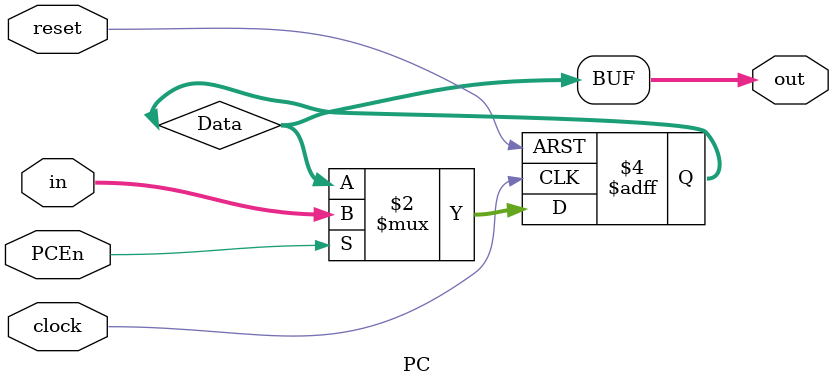
<source format=v>
module PC(
  input clock,
  input reset,
  input PCEn,
  input [7:0] in, 
  output [7:0] out
);
  
  reg [7:0] Data;
  
  always@(posedge clock, posedge reset) begin
    
    if(reset)
      Data <= 8'b0;
    else if(PCEn)
      Data <= in;
  end
  assign out = Data;
endmodule  
    

</source>
